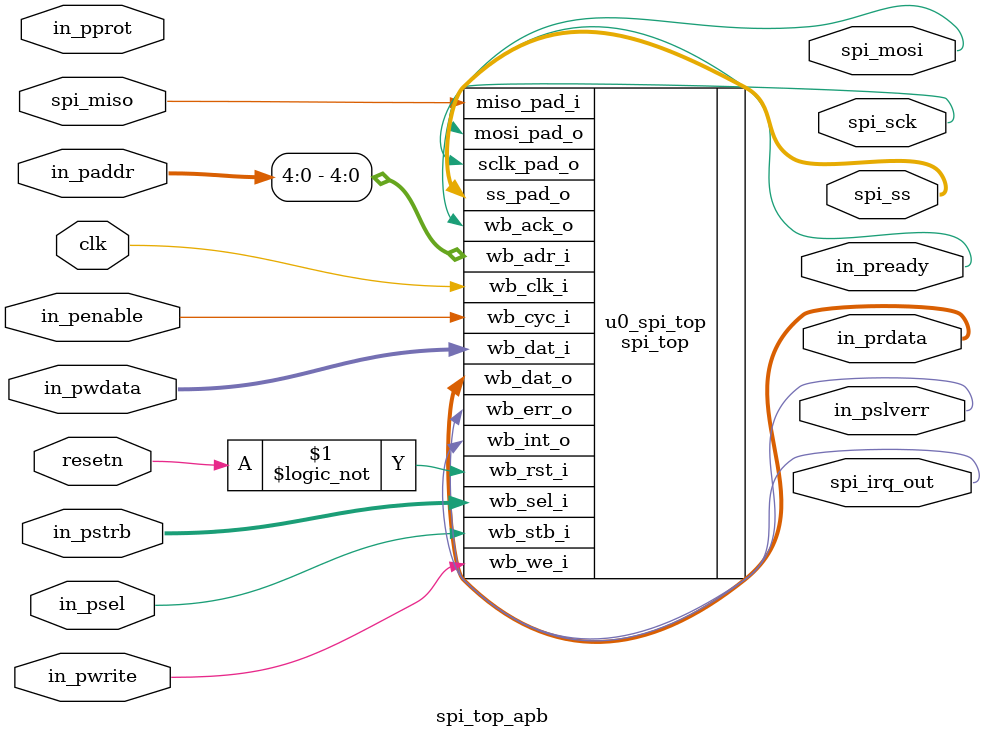
<source format=v>

module spi_top_apb #(
  parameter flash_addr_start = 32'h30000000,
  parameter flash_addr_end   = 32'h3fffffff,
  parameter spi_ss_num       = 8
) (
  input         clk,
  input         resetn,
  input  [31:0] in_paddr,
  input         in_psel,
  input         in_penable,
  input  [2:0]  in_pprot,
  input         in_pwrite,
  input  [31:0] in_pwdata,
  input  [3:0]  in_pstrb,
  output        in_pready,
  output [31:0] in_prdata,
  output        in_pslverr,

  output                  spi_sck,
  output [spi_ss_num-1:0] spi_ss,
  output                  spi_mosi,
  input                   spi_miso,
  output                  spi_irq_out
);

`ifdef FAST_FLASH

wire [31:0] data;
parameter invalid_cmd = 8'h0;
flash_cmd flash_cmd_i(
  .clock(clk),
  .valid(in_psel && !in_penable),
  .cmd(in_pwrite ? invalid_cmd : 8'h03),
  .addr({8'b0, in_paddr[23:2], 2'b0}),
  .data(data)
);
assign spi_sck    = 1'b0;
assign spi_ss     = 8'b0;
assign spi_mosi   = 1'b1;
assign spi_irq_out= 1'b0;
assign in_pslverr = 1'b0;
assign in_pready  = in_penable && in_psel && !in_pwrite;
assign in_prdata  = data[31:0];

`else

spi_top u0_spi_top (
  .wb_clk_i(clk),
  .wb_rst_i(!resetn),
  .wb_adr_i(in_paddr[4:0]),
  .wb_dat_i(in_pwdata),
  .wb_dat_o(in_prdata),
  .wb_sel_i(in_pstrb),
  .wb_we_i (in_pwrite),
  .wb_stb_i(in_psel),
  .wb_cyc_i(in_penable),
  .wb_ack_o(in_pready),
  .wb_err_o(in_pslverr),
  .wb_int_o(spi_irq_out),

  .ss_pad_o(spi_ss),
  .sclk_pad_o(spi_sck),
  .mosi_pad_o(spi_mosi),
  .miso_pad_i(spi_miso)
);

`endif // FAST_FLASH

endmodule

</source>
